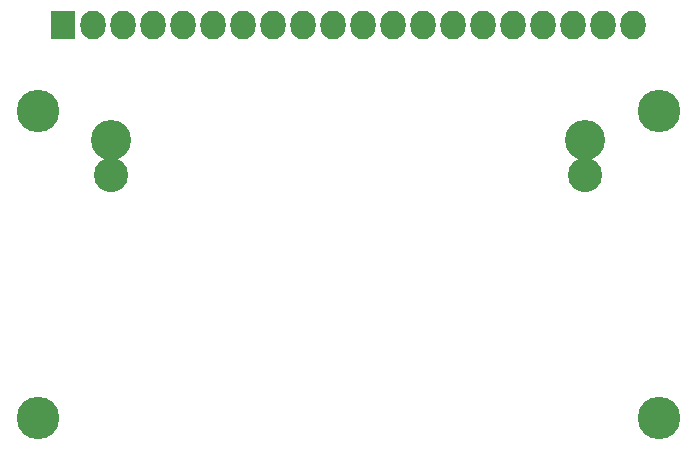
<source format=gbs>
G04 #@! TF.FileFunction,Soldermask,Bot*
%FSLAX46Y46*%
G04 Gerber Fmt 4.6, Leading zero omitted, Abs format (unit mm)*
G04 Created by KiCad (PCBNEW (2015-08-16 BZR 6097, Git b384c94)-product) date 1/3/2016 5:05:16 PM*
%MOMM*%
G01*
G04 APERTURE LIST*
%ADD10C,0.100000*%
%ADD11C,3.600000*%
%ADD12R,2.127200X2.432000*%
%ADD13O,2.127200X2.432000*%
%ADD14C,2.900000*%
%ADD15C,3.400000*%
G04 APERTURE END LIST*
D10*
D11*
X119761000Y-89154000D03*
X172339000Y-89154000D03*
X172339000Y-115189000D03*
D12*
X121920000Y-81915000D03*
D13*
X124460000Y-81915000D03*
X127000000Y-81915000D03*
X129540000Y-81915000D03*
X132080000Y-81915000D03*
X134620000Y-81915000D03*
X137160000Y-81915000D03*
X139700000Y-81915000D03*
X142240000Y-81915000D03*
X144780000Y-81915000D03*
X147320000Y-81915000D03*
X149860000Y-81915000D03*
X152400000Y-81915000D03*
X154940000Y-81915000D03*
X157480000Y-81915000D03*
X160020000Y-81915000D03*
X162560000Y-81915000D03*
X165100000Y-81915000D03*
X167640000Y-81915000D03*
X170180000Y-81915000D03*
D14*
X166121000Y-94613000D03*
X125961000Y-94613000D03*
D15*
X166121000Y-91613000D03*
X125961000Y-91613000D03*
D11*
X119761000Y-115189000D03*
M02*

</source>
